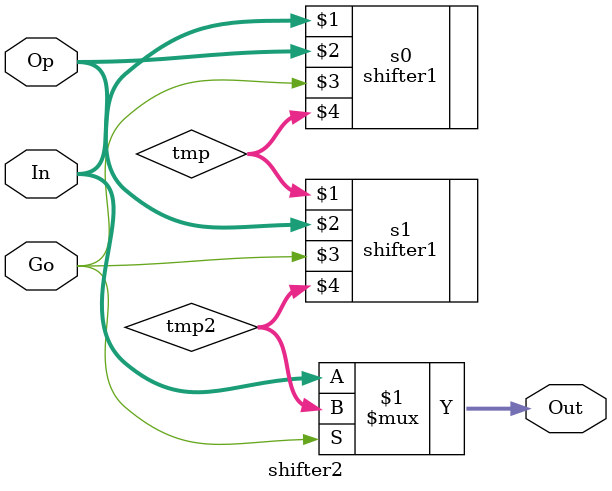
<source format=v>
module shifter2 (In, Op, Go, Out);
	input [15:0] In;
	input [1:0]  Op;
	input Go;
	output [15:0] Out;
	wire [15:0] tmp, tmp2;

	shifter1 s0 (In, Op, Go, tmp);
	shifter1 s1 (tmp, Op, Go, tmp2);
	assign Out = Go ? tmp2 : In;
endmodule


</source>
